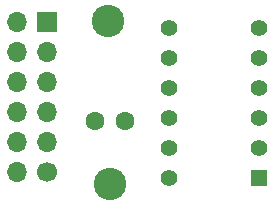
<source format=gbr>
%TF.GenerationSoftware,KiCad,Pcbnew,9.0.0*%
%TF.CreationDate,2025-09-30T20:54:45+02:00*%
%TF.ProjectId,hcms_pmod,68636d73-5f70-46d6-9f64-2e6b69636164,rev?*%
%TF.SameCoordinates,Original*%
%TF.FileFunction,Soldermask,Bot*%
%TF.FilePolarity,Negative*%
%FSLAX46Y46*%
G04 Gerber Fmt 4.6, Leading zero omitted, Abs format (unit mm)*
G04 Created by KiCad (PCBNEW 9.0.0) date 2025-09-30 20:54:45*
%MOMM*%
%LPD*%
G01*
G04 APERTURE LIST*
%ADD10C,2.750000*%
%ADD11R,1.700000X1.700000*%
%ADD12O,1.700000X1.700000*%
%ADD13C,1.700000*%
%ADD14C,1.600000*%
%ADD15R,1.397000X1.397000*%
%ADD16C,1.397000*%
G04 APERTURE END LIST*
D10*
%TO.C,*%
X123635000Y-101410000D03*
%TD*%
D11*
%TO.C,J1*%
X118410000Y-101560000D03*
D12*
X118410000Y-104100000D03*
X118410000Y-106640000D03*
X118410000Y-109180000D03*
X118410000Y-111720000D03*
D13*
X118410000Y-114260000D03*
D12*
X115870000Y-101560000D03*
X115870000Y-104100000D03*
X115870000Y-106640000D03*
X115870000Y-109180000D03*
X115870000Y-111720000D03*
X115870000Y-114260000D03*
%TD*%
D14*
%TO.C,C1*%
X122550000Y-109950000D03*
X125050000Y-109950000D03*
%TD*%
D15*
%TO.C,U1*%
X136370000Y-114720000D03*
D16*
X136370000Y-112180000D03*
X136370000Y-109640000D03*
X136370000Y-107100000D03*
X136370000Y-104560000D03*
X136370000Y-102020000D03*
X128750000Y-102020000D03*
X128750000Y-104560000D03*
X128750000Y-107100000D03*
X128750000Y-109640000D03*
X128750000Y-112180000D03*
X128750000Y-114720000D03*
%TD*%
D10*
%TO.C,*%
X123740000Y-115238680D03*
%TD*%
M02*

</source>
